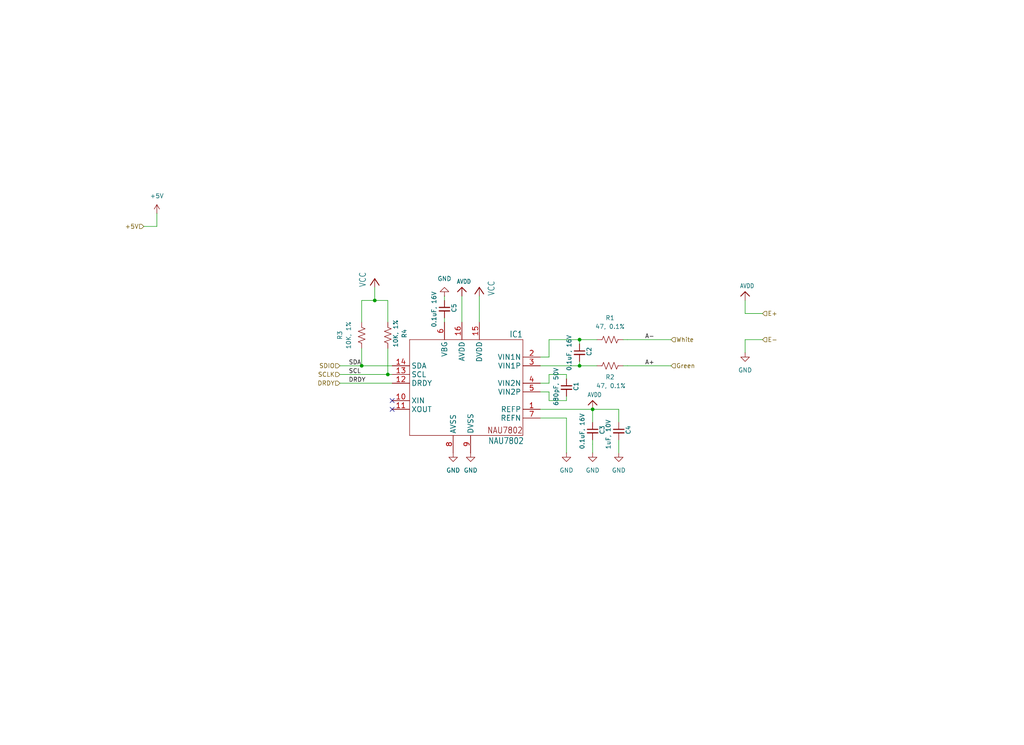
<source format=kicad_sch>
(kicad_sch (version 20250114) (generator "eeschema") (generator_version "9.0")
  (paper "User" 298.45 217.322)
  (lib_symbols
    (symbol "Device:C_Small" (pin_numbers (hide yes)) (pin_names (offset 0.254) (hide yes))
      (property "Reference" "C" (at 0.254 1.778 0))
      (property "Value" "C_Small" (at 0.254 -2.032 0))
      (symbol "C_Small_0_1"
        (polyline (pts (xy -1.524 0.508) (xy 1.524 0.508)) (stroke (width 0.3048)))
        (polyline (pts (xy -1.524 -0.508) (xy 1.524 -0.508)) (stroke (width 0.3302)))
      )
      (symbol "C_Small_1_1"
        (pin passive line (at 0 2.54 270) (length 2.032) (name "~") (number "1"))
        (pin passive line (at 0 -2.54 90) (length 2.032) (name "~") (number "2"))
      )
    )
    (symbol "Device:R_US" (pin_numbers (hide yes)) (pin_names (offset 0))
      (property "Reference" "R" (at 2.54 0 90))
      (property "Value" "R_US" (at -2.54 0 90))
      (symbol "R_US_0_1"
        (polyline (pts (xy 0 2.286) (xy 0 2.54)))
        (polyline (pts (xy 0 2.286) (xy 1.016 1.905) (xy 0 1.524) (xy -1.016 1.143) (xy 0 0.762)))
        (polyline (pts (xy 0 0.762) (xy 1.016 0.381) (xy 0 0) (xy -1.016 -0.381) (xy 0 -0.762)))
        (polyline (pts (xy 0 -0.762) (xy 1.016 -1.143) (xy 0 -1.524) (xy -1.016 -1.905) (xy 0 -2.286)))
        (polyline (pts (xy 0 -2.286) (xy 0 -2.54)))
      )
      (symbol "R_US_1_1"
        (pin passive line (at 0 3.81 270) (length 1.27) (name "~") (number "1"))
        (pin passive line (at 0 -3.81 90) (length 1.27) (name "~") (number "2"))
      )
    )
    (symbol "NAU7802-eagle-import:AVDD" (power)
      (symbol "AVDD_1_0"
        (polyline (pts (xy -1.27 -1.27) (xy 0 0)) (stroke (width 0.254)))
        (polyline (pts (xy 0 0) (xy 1.27 -1.27)) (stroke (width 0.254)))
        (pin power_in line (at 0 -2.54 90) (length 2.54) (name "AVDD") (number "1"))
      )
    )
    (symbol "NAU7802-eagle-import:NAU7802"
      (property "Reference" "IC" (at 17.78 17.78 0))
      (symbol "NAU7802_1_0"
        (polyline (pts (xy -15.24 15.24) (xy 17.78 15.24)) (stroke (width 0.1524)))
        (polyline (pts (xy -15.24 -12.7) (xy -15.24 15.24)) (stroke (width 0.1524)))
        (polyline (pts (xy 17.78 15.24) (xy 17.78 -12.7)) (stroke (width 0.1524)))
        (polyline (pts (xy 17.78 -12.7) (xy -15.24 -12.7)) (stroke (width 0.1524)))
        (text "NAU7802" (at 17.78 -10.16 0) (effects (font (size 1.778 1.5113)) (justify right top)))
        (pin bidirectional line (at -20.32 7.62 0) (length 5.08) (name "SDA") (number "14"))
        (pin bidirectional line (at -20.32 5.08 0) (length 5.08) (name "SCL") (number "13"))
        (pin output line (at -20.32 2.54 0) (length 5.08) (name "DRDY") (number "12"))
        (pin passive line (at -20.32 -2.54 0) (length 5.08) (name "XIN") (number "10"))
        (pin passive line (at -20.32 -5.08 0) (length 5.08) (name "XOUT") (number "11"))
        (pin power_in line (at -5.08 20.32 270) (length 5.08) (name "VBG") (number "6"))
        (pin power_in line (at -2.54 -17.78 90) (length 5.08) (name "AVSS") (number "8"))
        (pin power_in line (at 0 20.32 270) (length 5.08) (name "AVDD") (number "16"))
        (pin power_in line (at 2.54 -17.78 90) (length 5.08) (name "DVSS") (number "9"))
        (pin power_in line (at 5.08 20.32 270) (length 5.08) (name "DVDD") (number "15"))
        (pin input line (at 22.86 10.16 180) (length 5.08) (name "VIN1N") (number "2"))
        (pin input line (at 22.86 7.62 180) (length 5.08) (name "VIN1P") (number "3"))
        (pin input line (at 22.86 2.54 180) (length 5.08) (name "VIN2N") (number "4"))
        (pin input line (at 22.86 0 180) (length 5.08) (name "VIN2P") (number "5"))
        (pin input line (at 22.86 -5.08 180) (length 5.08) (name "REFP") (number "1"))
        (pin input line (at 22.86 -7.62 180) (length 5.08) (name "REFN") (number "7"))
      )
    )
    (symbol "NAU7802-eagle-import:VCC" (power)
      (symbol "VCC_1_0"
        (polyline (pts (xy 0 0) (xy -1.27 -1.905)) (stroke (width 0.254)))
        (polyline (pts (xy 1.27 -1.905) (xy 0 0)) (stroke (width 0.254)))
        (pin power_in line (at 0 -2.54 90) (length 2.54) (name "VCC") (number "1"))
      )
    )
    (symbol "power:+5V" (power) (pin_numbers (hide yes)) (pin_names (offset 0) (hide yes))
      (property "Value" "+5V" (at 0 3.556 0))
      (symbol "+5V_0_1"
        (polyline (pts (xy -0.762 1.27) (xy 0 2.54)))
        (polyline (pts (xy 0 2.54) (xy 0.762 1.27)))
        (polyline (pts (xy 0 0) (xy 0 2.54)))
      )
      (symbol "+5V_1_1"
        (pin power_in line (at 0 0 90) (length 0) (name "~") (number "1"))
      )
    )
    (symbol "power:GND" (power) (pin_numbers (hide yes)) (pin_names (offset 0) (hide yes))
      (property "Value" "GND" (at 0 -3.81 0))
      (symbol "GND_0_1"
        (polyline (pts (xy 0 0) (xy 0 -1.27) (xy 1.27 -1.27) (xy 0 -2.54) (xy -1.27 -1.27) (xy 0 -1.27)))
      )
      (symbol "GND_1_1"
        (pin power_in line (at 0 0 270) (length 0) (name "~") (number "1"))
      )
    )
  )
  (junction (at 113.03 109.22))
  (junction (at 109.22 87.63))
  (junction (at 168.91 99.06))
  (junction (at 105.41 106.68))
  (junction (at 168.91 106.68))
  (junction (at 172.72 119.38))
  (no_connect (at 114.3 119.38))
  (no_connect (at 114.3 116.84))
  (wire (pts (xy 180.34 128.27) (xy 180.34 129.54)))
  (wire (pts (xy 181.61 106.68) (xy 182.88 106.68)))
  (wire (pts (xy 217.17 91.44) (xy 222.25 91.44)))
  (wire (pts (xy 172.72 128.27) (xy 172.72 129.54)))
  (wire (pts (xy 168.91 106.68) (xy 173.99 106.68)) (stroke (width 0.1524)))
  (wire (pts (xy 168.91 105.41) (xy 168.91 106.68)))
  (wire (pts (xy 105.41 101.6) (xy 105.41 106.68)))
  (wire (pts (xy 222.25 99.06) (xy 217.17 99.06)))
  (wire (pts (xy 182.88 99.06) (xy 195.58 99.06)) (stroke (width 0.1524)))
  (wire (pts (xy 109.22 83.82) (xy 109.22 87.63)))
  (wire (pts (xy 160.02 99.06) (xy 168.91 99.06)) (stroke (width 0.1524)))
  (wire (pts (xy 160.02 104.14) (xy 160.02 99.06)) (stroke (width 0.1524)))
  (wire (pts (xy 160.02 114.3) (xy 160.02 116.84)) (stroke (width 0.1524)))
  (wire (pts (xy 172.72 119.38) (xy 172.72 123.19)) (stroke (width 0.1524)))
  (wire (pts (xy 160.02 109.22) (xy 165.1 109.22)) (stroke (width 0.1524)))
  (wire (pts (xy 168.91 99.06) (xy 173.99 99.06)) (stroke (width 0.1524)))
  (wire (pts (xy 217.17 87.63) (xy 217.17 91.44)))
  (wire (pts (xy 165.1 121.92) (xy 165.1 132.08)) (stroke (width 0.1524)))
  (wire (pts (xy 172.72 119.38) (xy 180.34 119.38)) (stroke (width 0.1524)))
  (wire (pts (xy 157.48 104.14) (xy 160.02 104.14)) (stroke (width 0.1524)))
  (wire (pts (xy 129.54 86.36) (xy 129.54 87.63)))
  (wire (pts (xy 114.3 106.68) (xy 105.41 106.68)) (stroke (width 0.1524)))
  (wire (pts (xy 134.62 86.36) (xy 134.62 93.98)) (stroke (width 0.1524)))
  (wire (pts (xy 157.48 111.76) (xy 160.02 111.76)) (stroke (width 0.1524)))
  (wire (pts (xy 113.03 101.6) (xy 113.03 109.22)))
  (wire (pts (xy 157.48 119.38) (xy 172.72 119.38)) (stroke (width 0.1524)))
  (wire (pts (xy 157.48 114.3) (xy 160.02 114.3)) (stroke (width 0.1524)))
  (wire (pts (xy 160.02 116.84) (xy 165.1 116.84)) (stroke (width 0.1524)))
  (wire (pts (xy 99.06 109.22) (xy 113.03 109.22)) (stroke (width 0.1524)))
  (wire (pts (xy 99.06 111.76) (xy 114.3 111.76)) (stroke (width 0.1524)))
  (wire (pts (xy 181.61 99.06) (xy 182.88 99.06)))
  (wire (pts (xy 113.03 109.22) (xy 114.3 109.22)) (stroke (width 0.1524)))
  (wire (pts (xy 180.34 129.54) (xy 180.34 132.08)) (stroke (width 0.1524)))
  (wire (pts (xy 182.88 106.68) (xy 195.58 106.68)) (stroke (width 0.1524)))
  (wire (pts (xy 41.91 66.04) (xy 45.72 66.04)))
  (wire (pts (xy 129.54 92.71) (xy 129.54 93.98)))
  (wire (pts (xy 109.22 87.63) (xy 113.03 87.63)))
  (wire (pts (xy 139.7 86.36) (xy 139.7 93.98)) (stroke (width 0.1524)))
  (wire (pts (xy 105.41 87.63) (xy 105.41 93.98)))
  (wire (pts (xy 105.41 106.68) (xy 99.06 106.68)) (stroke (width 0.1524)))
  (wire (pts (xy 160.02 111.76) (xy 160.02 109.22)) (stroke (width 0.1524)))
  (wire (pts (xy 165.1 115.57) (xy 165.1 116.84)))
  (wire (pts (xy 157.48 106.68) (xy 168.91 106.68)) (stroke (width 0.1524)))
  (wire (pts (xy 45.72 62.23) (xy 45.72 66.04)))
  (wire (pts (xy 168.91 99.06) (xy 168.91 100.33)))
  (wire (pts (xy 157.48 121.92) (xy 165.1 121.92)) (stroke (width 0.1524)))
  (wire (pts (xy 180.34 119.38) (xy 180.34 123.19)) (stroke (width 0.1524)))
  (wire (pts (xy 172.72 132.08) (xy 172.72 129.54)) (stroke (width 0.1524)))
  (wire (pts (xy 113.03 87.63) (xy 113.03 93.98)))
  (wire (pts (xy 217.17 99.06) (xy 217.17 102.87)))
  (wire (pts (xy 105.41 87.63) (xy 109.22 87.63)))
  (wire (pts (xy 165.1 109.22) (xy 165.1 110.49)) (stroke (width 0.1524)))
  (label "SDA" (at 101.6 106.68 0) (effects (font (size 1.2446 1.2446))))
  (label "A-" (at 187.96 99.06 0) (effects (font (size 1.2446 1.2446))))
  (label "DRDY" (at 101.6 111.76 0) (effects (font (size 1.2446 1.2446))))
  (label "SCL" (at 101.6 109.22 0) (effects (font (size 1.2446 1.2446))))
  (label "A+" (at 187.96 106.68 0) (effects (font (size 1.2446 1.2446))))
  (hierarchical_label "SDIO" (shape input) (at 99.06 106.68 180))
  (hierarchical_label "White" (shape input) (at 195.58 99.06 0))
  (hierarchical_label "+5V" (shape input) (at 41.91 66.04 180))
  (hierarchical_label "Green" (shape input) (at 195.58 106.68 0))
  (hierarchical_label "DRDY" (shape input) (at 99.06 111.76 180))
  (hierarchical_label "E+" (shape input) (at 222.25 91.44 0))
  (hierarchical_label "SCLK" (shape input) (at 99.06 109.22 180))
  (hierarchical_label "E-" (shape input) (at 222.25 99.06 0))
  (symbol (lib_id "power:+5V") (at 45.72 62.23 0) (unit 1)
    (property "Reference" "#PWR026" (effects (hide yes)))
    (property "Value" "+5V" (at 45.72 57.15 0))
    (property "Description" "Power symbol creates a global label with name \"+5V\"" (effects (hide yes)))
  )
  (symbol (lib_id "Device:C_Small") (at 172.72 125.73 0) (unit 1)
    (property "Reference" "C3" (at 175.514 126.746 90) (effects (justify left)))
    (property "Value" "0.1uF, 16V" (at 169.672 131.064 90) (effects (justify left)))
    (property "Description" "Unpolarized capacitor, small symbol" (effects (hide yes)))
  )
  (symbol (lib_id "Device:R_US") (at 177.8 106.68 90) (unit 1)
    (property "Reference" "R2" (at 177.8 109.982 90))
    (property "Value" "47, 0.1%" (at 178.054 112.522 90))
    (property "Footprint" "Resistor_SMD:R_0402_1005Metric_Pad0.72x0.64mm_HandSolder" (effects (hide yes)))
    (property "Description" "RC0402FR-0747RL" (effects (hide yes)))
  )
  (symbol (lib_id "Device:C_Small") (at 129.54 90.17 0) (unit 1)
    (property "Reference" "C5" (at 132.334 91.186 90) (effects (justify left)))
    (property "Value" "0.1uF, 16V" (at 126.492 95.504 90) (effects (justify left)))
    (property "Description" "Unpolarized capacitor, small symbol" (effects (hide yes)))
  )
  (symbol (lib_id "power:GND") (at 137.16 132.08 0) (unit 1)
    (property "Reference" "#PWR018" (effects (hide yes)))
    (property "Value" "GND" (at 137.16 137.16 0))
    (property "Description" "Power symbol creates a global label with name \"GND\" , ground" (effects (hide yes)))
  )
  (symbol (lib_id "power:GND") (at 180.34 132.08 0) (unit 1)
    (property "Reference" "#PWR021" (effects (hide yes)))
    (property "Value" "GND" (at 180.34 137.16 0))
    (property "Description" "Power symbol creates a global label with name \"GND\" , ground" (effects (hide yes)))
  )
  (symbol (lib_id "NAU7802-eagle-import:AVDD") (at 134.62 83.82 0) (unit 1)
    (property "Reference" "#U$9" (effects (hide yes)))
    (property "Value" "AVDD" (at 133.096 82.804 0) (effects (font (size 1.27 1.0795)) (justify left bottom)))
  )
  (symbol (lib_id "power:GND") (at 172.72 132.08 0) (unit 1)
    (property "Reference" "#PWR020" (effects (hide yes)))
    (property "Value" "GND" (at 172.72 137.16 0))
    (property "Description" "Power symbol creates a global label with name \"GND\" , ground" (effects (hide yes)))
  )
  (symbol (lib_id "NAU7802-eagle-import:VCC") (at 109.22 81.28 0) (unit 1)
    (property "Reference" "#P+2" (effects (hide yes)))
    (property "Value" "VCC" (at 106.68 83.82 90) (effects (font (size 1.778 1.5113)) (justify left bottom)))
  )
  (symbol (lib_id "NAU7802-eagle-import:AVDD") (at 217.17 85.09 0) (unit 1)
    (property "Reference" "#U$01" (effects (hide yes)))
    (property "Value" "AVDD" (at 215.646 84.074 0) (effects (font (size 1.27 1.0795)) (justify left bottom)))
  )
  (symbol (lib_id "power:GND") (at 129.54 86.36 180) (unit 1)
    (property "Reference" "#PWR016" (effects (hide yes)))
    (property "Value" "GND" (at 129.54 81.28 0))
    (property "Description" "Power symbol creates a global label with name \"GND\" , ground" (effects (hide yes)))
  )
  (symbol (lib_id "power:GND") (at 217.17 102.87 0) (unit 1)
    (property "Reference" "#PWR022" (effects (hide yes)))
    (property "Value" "GND" (at 217.17 107.95 0))
    (property "Description" "Power symbol creates a global label with name \"GND\" , ground" (effects (hide yes)))
  )
  (symbol (lib_id "NAU7802-eagle-import:VCC") (at 139.7 83.82 0) (mirror y) (unit 1)
    (property "Reference" "#P+7" (effects (hide yes)))
    (property "Value" "VCC" (at 142.24 86.36 90) (effects (font (size 1.778 1.5113)) (justify left bottom)))
  )
  (symbol (lib_id "Device:C_Small") (at 168.91 102.87 0) (unit 1)
    (property "Reference" "C2" (at 171.704 103.886 90) (effects (justify left)))
    (property "Value" "0.1uF, 16V" (at 165.862 108.204 90) (effects (justify left)))
    (property "Description" "Unpolarized capacitor, small symbol" (effects (hide yes)))
  )
  (symbol (lib_id "NAU7802-eagle-import:NAU7802") (at 134.62 114.3 0) (unit 1)
    (property "Reference" "IC1" (at 152.4 96.52 0) (effects (font (size 1.778 1.5113)) (justify right top)))
    (property "Value" "NAU7802" (at 142.24 129.54 0) (effects (font (size 1.778 1.5113)) (justify left bottom)))
    (property "Footprint" "49022_Footprints:SOI16_NAU7802SGI_NUV-M" (effects (hide yes)))
  )
  (symbol (lib_id "Device:R_US") (at 113.03 97.79 180) (unit 1)
    (property "Reference" "R4" (at 117.856 97.282 90))
    (property "Value" "10K, 1%" (at 115.316 97.282 90))
    (property "Footprint" "Resistor_SMD:R_0402_1005Metric_Pad0.72x0.64mm_HandSolder" (effects (hide yes)))
    (property "Description" "RC0402FR-0710KL" (effects (hide yes)))
  )
  (symbol (lib_id "Device:R_US") (at 177.8 99.06 90) (unit 1)
    (property "Reference" "R1" (at 177.8 92.71 90))
    (property "Value" "47, 0.1%" (at 177.8 95.25 90))
    (property "Footprint" "Resistor_SMD:R_0402_1005Metric_Pad0.72x0.64mm_HandSolder" (effects (hide yes)))
    (property "Description" "RC0402FR-0747RL" (effects (hide yes)))
  )
  (symbol (lib_id "power:GND") (at 132.08 132.08 0) (unit 1)
    (property "Reference" "#PWR017" (effects (hide yes)))
    (property "Value" "GND" (at 132.08 137.16 0))
    (property "Description" "Power symbol creates a global label with name \"GND\" , ground" (effects (hide yes)))
  )
  (symbol (lib_id "Device:R_US") (at 105.41 97.79 180) (unit 1)
    (property "Reference" "R3" (at 99.06 97.79 90))
    (property "Value" "10K, 1%" (at 101.6 97.79 90))
    (property "Footprint" "Resistor_SMD:R_0402_1005Metric_Pad0.72x0.64mm_HandSolder" (effects (hide yes)))
    (property "Description" "RC0402FR-0710KL" (effects (hide yes)))
  )
  (symbol (lib_id "power:GND") (at 165.1 132.08 0) (unit 1)
    (property "Reference" "#PWR019" (effects (hide yes)))
    (property "Value" "GND" (at 165.1 137.16 0))
    (property "Description" "Power symbol creates a global label with name \"GND\" , ground" (effects (hide yes)))
  )
  (symbol (lib_id "Device:C_Small") (at 165.1 113.03 0) (unit 1)
    (property "Reference" "C1" (at 167.894 114.046 90) (effects (justify left)))
    (property "Value" "680pF, 50V" (at 162.052 118.364 90) (effects (justify left)))
    (property "Description" "Unpolarized capacitor, small symbol" (effects (hide yes)))
  )
  (symbol (lib_id "NAU7802-eagle-import:AVDD") (at 172.72 116.84 0) (unit 1)
    (property "Reference" "#U$11" (effects (hide yes)))
    (property "Value" "AVDD" (at 171.196 115.824 0) (effects (font (size 1.27 1.0795)) (justify left bottom)))
  )
  (symbol (lib_id "Device:C_Small") (at 180.34 125.73 0) (unit 1)
    (property "Reference" "C4" (at 183.134 126.746 90) (effects (justify left)))
    (property "Value" "1uF, 10V" (at 177.292 131.064 90) (effects (justify left)))
    (property "Description" "Unpolarized capacitor, small symbol" (effects (hide yes)))
  )
)
</source>
